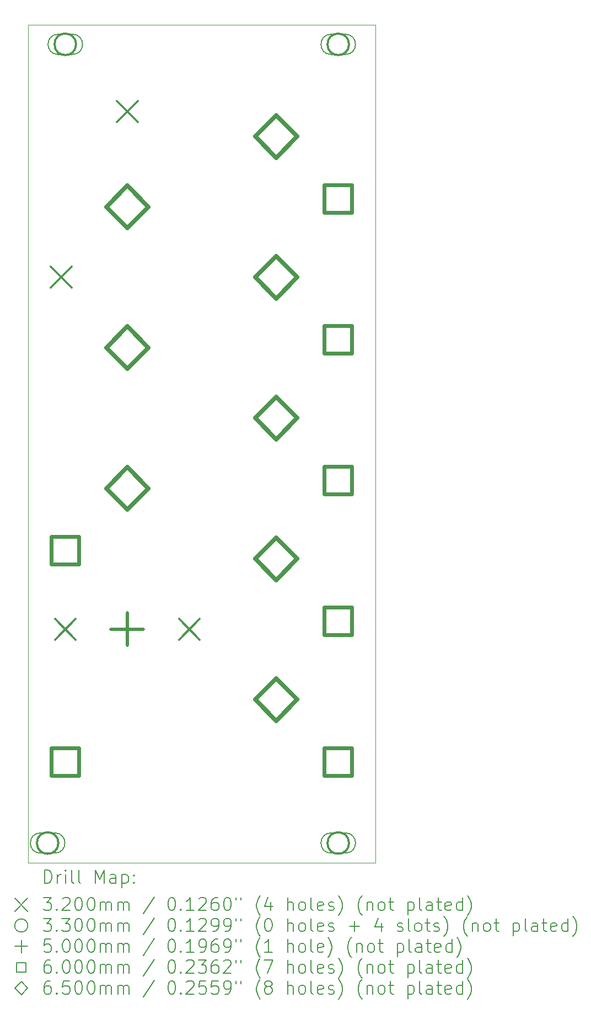
<source format=gbr>
%FSLAX45Y45*%
G04 Gerber Fmt 4.5, Leading zero omitted, Abs format (unit mm)*
G04 Created by KiCad (PCBNEW (6.0.0)) date 2022-08-09 16:48:59*
%MOMM*%
%LPD*%
G01*
G04 APERTURE LIST*
%TA.AperFunction,Profile*%
%ADD10C,0.100000*%
%TD*%
%ADD11C,0.200000*%
%ADD12C,0.320000*%
%ADD13C,0.330000*%
%ADD14C,0.500000*%
%ADD15C,0.600000*%
%ADD16C,0.650000*%
G04 APERTURE END LIST*
D10*
X0Y0D02*
X5334000Y0D01*
X5334000Y0D02*
X5334000Y-12850000D01*
X5334000Y-12850000D02*
X0Y-12850000D01*
X0Y-12850000D02*
X0Y0D01*
D11*
D12*
X348000Y-3713500D02*
X668000Y-4033500D01*
X668000Y-3713500D02*
X348000Y-4033500D01*
X411500Y-9111000D02*
X731500Y-9431000D01*
X731500Y-9111000D02*
X411500Y-9431000D01*
X1364000Y-1173500D02*
X1684000Y-1493500D01*
X1684000Y-1173500D02*
X1364000Y-1493500D01*
X2316500Y-9111000D02*
X2636500Y-9431000D01*
X2636500Y-9111000D02*
X2316500Y-9431000D01*
D13*
X465000Y-12550000D02*
G75*
G03*
X465000Y-12550000I-165000J0D01*
G01*
D11*
X410000Y-12395000D02*
X190000Y-12395000D01*
X410000Y-12705000D02*
X190000Y-12705000D01*
X190000Y-12395000D02*
G75*
G03*
X190000Y-12705000I0J-155000D01*
G01*
X410000Y-12705000D02*
G75*
G03*
X410000Y-12395000I0J155000D01*
G01*
D13*
X736000Y-300000D02*
G75*
G03*
X736000Y-300000I-165000J0D01*
G01*
D11*
X681000Y-145000D02*
X461000Y-145000D01*
X681000Y-455000D02*
X461000Y-455000D01*
X461000Y-145000D02*
G75*
G03*
X461000Y-455000I0J-155000D01*
G01*
X681000Y-455000D02*
G75*
G03*
X681000Y-145000I0J155000D01*
G01*
D13*
X4928000Y-300000D02*
G75*
G03*
X4928000Y-300000I-165000J0D01*
G01*
D11*
X4873000Y-145000D02*
X4653000Y-145000D01*
X4873000Y-455000D02*
X4653000Y-455000D01*
X4653000Y-145000D02*
G75*
G03*
X4653000Y-455000I0J-155000D01*
G01*
X4873000Y-455000D02*
G75*
G03*
X4873000Y-145000I0J155000D01*
G01*
D13*
X4928000Y-12550000D02*
G75*
G03*
X4928000Y-12550000I-165000J0D01*
G01*
D11*
X4873000Y-12395000D02*
X4653000Y-12395000D01*
X4873000Y-12705000D02*
X4653000Y-12705000D01*
X4653000Y-12395000D02*
G75*
G03*
X4653000Y-12705000I0J-155000D01*
G01*
X4873000Y-12705000D02*
G75*
G03*
X4873000Y-12395000I0J155000D01*
G01*
D14*
X1524000Y-9021000D02*
X1524000Y-9521000D01*
X1274000Y-9271000D02*
X1774000Y-9271000D01*
D15*
X783634Y-8276634D02*
X783634Y-7852366D01*
X359366Y-7852366D01*
X359366Y-8276634D01*
X783634Y-8276634D01*
X783634Y-11515134D02*
X783634Y-11090866D01*
X359366Y-11090866D01*
X359366Y-11515134D01*
X783634Y-11515134D01*
X4974634Y-2879134D02*
X4974634Y-2454866D01*
X4550366Y-2454866D01*
X4550366Y-2879134D01*
X4974634Y-2879134D01*
X4974634Y-5038134D02*
X4974634Y-4613866D01*
X4550366Y-4613866D01*
X4550366Y-5038134D01*
X4974634Y-5038134D01*
X4974634Y-7197134D02*
X4974634Y-6772866D01*
X4550366Y-6772866D01*
X4550366Y-7197134D01*
X4974634Y-7197134D01*
X4974634Y-9356134D02*
X4974634Y-8931866D01*
X4550366Y-8931866D01*
X4550366Y-9356134D01*
X4974634Y-9356134D01*
X4974634Y-11515134D02*
X4974634Y-11090866D01*
X4550366Y-11090866D01*
X4550366Y-11515134D01*
X4974634Y-11515134D01*
D16*
X1524000Y-3119000D02*
X1849000Y-2794000D01*
X1524000Y-2469000D01*
X1199000Y-2794000D01*
X1524000Y-3119000D01*
X1524000Y-5278000D02*
X1849000Y-4953000D01*
X1524000Y-4628000D01*
X1199000Y-4953000D01*
X1524000Y-5278000D01*
X1524000Y-7437000D02*
X1849000Y-7112000D01*
X1524000Y-6787000D01*
X1199000Y-7112000D01*
X1524000Y-7437000D01*
X3810000Y-2039500D02*
X4135000Y-1714500D01*
X3810000Y-1389500D01*
X3485000Y-1714500D01*
X3810000Y-2039500D01*
X3810000Y-4198500D02*
X4135000Y-3873500D01*
X3810000Y-3548500D01*
X3485000Y-3873500D01*
X3810000Y-4198500D01*
X3810000Y-6357500D02*
X4135000Y-6032500D01*
X3810000Y-5707500D01*
X3485000Y-6032500D01*
X3810000Y-6357500D01*
X3810000Y-8516500D02*
X4135000Y-8191500D01*
X3810000Y-7866500D01*
X3485000Y-8191500D01*
X3810000Y-8516500D01*
X3810000Y-10675500D02*
X4135000Y-10350500D01*
X3810000Y-10025500D01*
X3485000Y-10350500D01*
X3810000Y-10675500D01*
D11*
X252619Y-13165476D02*
X252619Y-12965476D01*
X300238Y-12965476D01*
X328810Y-12975000D01*
X347857Y-12994048D01*
X357381Y-13013095D01*
X366905Y-13051190D01*
X366905Y-13079762D01*
X357381Y-13117857D01*
X347857Y-13136905D01*
X328810Y-13155952D01*
X300238Y-13165476D01*
X252619Y-13165476D01*
X452619Y-13165476D02*
X452619Y-13032143D01*
X452619Y-13070238D02*
X462143Y-13051190D01*
X471667Y-13041667D01*
X490714Y-13032143D01*
X509762Y-13032143D01*
X576429Y-13165476D02*
X576429Y-13032143D01*
X576429Y-12965476D02*
X566905Y-12975000D01*
X576429Y-12984524D01*
X585952Y-12975000D01*
X576429Y-12965476D01*
X576429Y-12984524D01*
X700238Y-13165476D02*
X681190Y-13155952D01*
X671667Y-13136905D01*
X671667Y-12965476D01*
X805000Y-13165476D02*
X785952Y-13155952D01*
X776428Y-13136905D01*
X776428Y-12965476D01*
X1033571Y-13165476D02*
X1033571Y-12965476D01*
X1100238Y-13108333D01*
X1166905Y-12965476D01*
X1166905Y-13165476D01*
X1347857Y-13165476D02*
X1347857Y-13060714D01*
X1338333Y-13041667D01*
X1319286Y-13032143D01*
X1281190Y-13032143D01*
X1262143Y-13041667D01*
X1347857Y-13155952D02*
X1328810Y-13165476D01*
X1281190Y-13165476D01*
X1262143Y-13155952D01*
X1252619Y-13136905D01*
X1252619Y-13117857D01*
X1262143Y-13098809D01*
X1281190Y-13089286D01*
X1328810Y-13089286D01*
X1347857Y-13079762D01*
X1443095Y-13032143D02*
X1443095Y-13232143D01*
X1443095Y-13041667D02*
X1462143Y-13032143D01*
X1500238Y-13032143D01*
X1519286Y-13041667D01*
X1528809Y-13051190D01*
X1538333Y-13070238D01*
X1538333Y-13127381D01*
X1528809Y-13146428D01*
X1519286Y-13155952D01*
X1500238Y-13165476D01*
X1462143Y-13165476D01*
X1443095Y-13155952D01*
X1624048Y-13146428D02*
X1633571Y-13155952D01*
X1624048Y-13165476D01*
X1614524Y-13155952D01*
X1624048Y-13146428D01*
X1624048Y-13165476D01*
X1624048Y-13041667D02*
X1633571Y-13051190D01*
X1624048Y-13060714D01*
X1614524Y-13051190D01*
X1624048Y-13041667D01*
X1624048Y-13060714D01*
X-205000Y-13395000D02*
X-5000Y-13595000D01*
X-5000Y-13395000D02*
X-205000Y-13595000D01*
X233571Y-13385476D02*
X357381Y-13385476D01*
X290714Y-13461667D01*
X319286Y-13461667D01*
X338333Y-13471190D01*
X347857Y-13480714D01*
X357381Y-13499762D01*
X357381Y-13547381D01*
X347857Y-13566428D01*
X338333Y-13575952D01*
X319286Y-13585476D01*
X262143Y-13585476D01*
X243095Y-13575952D01*
X233571Y-13566428D01*
X443095Y-13566428D02*
X452619Y-13575952D01*
X443095Y-13585476D01*
X433571Y-13575952D01*
X443095Y-13566428D01*
X443095Y-13585476D01*
X528810Y-13404524D02*
X538333Y-13395000D01*
X557381Y-13385476D01*
X605000Y-13385476D01*
X624048Y-13395000D01*
X633571Y-13404524D01*
X643095Y-13423571D01*
X643095Y-13442619D01*
X633571Y-13471190D01*
X519286Y-13585476D01*
X643095Y-13585476D01*
X766905Y-13385476D02*
X785952Y-13385476D01*
X805000Y-13395000D01*
X814524Y-13404524D01*
X824048Y-13423571D01*
X833571Y-13461667D01*
X833571Y-13509286D01*
X824048Y-13547381D01*
X814524Y-13566428D01*
X805000Y-13575952D01*
X785952Y-13585476D01*
X766905Y-13585476D01*
X747857Y-13575952D01*
X738333Y-13566428D01*
X728809Y-13547381D01*
X719286Y-13509286D01*
X719286Y-13461667D01*
X728809Y-13423571D01*
X738333Y-13404524D01*
X747857Y-13395000D01*
X766905Y-13385476D01*
X957381Y-13385476D02*
X976428Y-13385476D01*
X995476Y-13395000D01*
X1005000Y-13404524D01*
X1014524Y-13423571D01*
X1024048Y-13461667D01*
X1024048Y-13509286D01*
X1014524Y-13547381D01*
X1005000Y-13566428D01*
X995476Y-13575952D01*
X976428Y-13585476D01*
X957381Y-13585476D01*
X938333Y-13575952D01*
X928809Y-13566428D01*
X919286Y-13547381D01*
X909762Y-13509286D01*
X909762Y-13461667D01*
X919286Y-13423571D01*
X928809Y-13404524D01*
X938333Y-13395000D01*
X957381Y-13385476D01*
X1109762Y-13585476D02*
X1109762Y-13452143D01*
X1109762Y-13471190D02*
X1119286Y-13461667D01*
X1138333Y-13452143D01*
X1166905Y-13452143D01*
X1185952Y-13461667D01*
X1195476Y-13480714D01*
X1195476Y-13585476D01*
X1195476Y-13480714D02*
X1205000Y-13461667D01*
X1224048Y-13452143D01*
X1252619Y-13452143D01*
X1271667Y-13461667D01*
X1281190Y-13480714D01*
X1281190Y-13585476D01*
X1376429Y-13585476D02*
X1376429Y-13452143D01*
X1376429Y-13471190D02*
X1385952Y-13461667D01*
X1405000Y-13452143D01*
X1433571Y-13452143D01*
X1452619Y-13461667D01*
X1462143Y-13480714D01*
X1462143Y-13585476D01*
X1462143Y-13480714D02*
X1471667Y-13461667D01*
X1490714Y-13452143D01*
X1519286Y-13452143D01*
X1538333Y-13461667D01*
X1547857Y-13480714D01*
X1547857Y-13585476D01*
X1938333Y-13375952D02*
X1766905Y-13633095D01*
X2195476Y-13385476D02*
X2214524Y-13385476D01*
X2233571Y-13395000D01*
X2243095Y-13404524D01*
X2252619Y-13423571D01*
X2262143Y-13461667D01*
X2262143Y-13509286D01*
X2252619Y-13547381D01*
X2243095Y-13566428D01*
X2233571Y-13575952D01*
X2214524Y-13585476D01*
X2195476Y-13585476D01*
X2176429Y-13575952D01*
X2166905Y-13566428D01*
X2157381Y-13547381D01*
X2147857Y-13509286D01*
X2147857Y-13461667D01*
X2157381Y-13423571D01*
X2166905Y-13404524D01*
X2176429Y-13395000D01*
X2195476Y-13385476D01*
X2347857Y-13566428D02*
X2357381Y-13575952D01*
X2347857Y-13585476D01*
X2338333Y-13575952D01*
X2347857Y-13566428D01*
X2347857Y-13585476D01*
X2547857Y-13585476D02*
X2433571Y-13585476D01*
X2490714Y-13585476D02*
X2490714Y-13385476D01*
X2471667Y-13414048D01*
X2452619Y-13433095D01*
X2433571Y-13442619D01*
X2624048Y-13404524D02*
X2633571Y-13395000D01*
X2652619Y-13385476D01*
X2700238Y-13385476D01*
X2719286Y-13395000D01*
X2728810Y-13404524D01*
X2738333Y-13423571D01*
X2738333Y-13442619D01*
X2728810Y-13471190D01*
X2614524Y-13585476D01*
X2738333Y-13585476D01*
X2909762Y-13385476D02*
X2871667Y-13385476D01*
X2852619Y-13395000D01*
X2843095Y-13404524D01*
X2824048Y-13433095D01*
X2814524Y-13471190D01*
X2814524Y-13547381D01*
X2824048Y-13566428D01*
X2833571Y-13575952D01*
X2852619Y-13585476D01*
X2890714Y-13585476D01*
X2909762Y-13575952D01*
X2919286Y-13566428D01*
X2928809Y-13547381D01*
X2928809Y-13499762D01*
X2919286Y-13480714D01*
X2909762Y-13471190D01*
X2890714Y-13461667D01*
X2852619Y-13461667D01*
X2833571Y-13471190D01*
X2824048Y-13480714D01*
X2814524Y-13499762D01*
X3052619Y-13385476D02*
X3071667Y-13385476D01*
X3090714Y-13395000D01*
X3100238Y-13404524D01*
X3109762Y-13423571D01*
X3119286Y-13461667D01*
X3119286Y-13509286D01*
X3109762Y-13547381D01*
X3100238Y-13566428D01*
X3090714Y-13575952D01*
X3071667Y-13585476D01*
X3052619Y-13585476D01*
X3033571Y-13575952D01*
X3024048Y-13566428D01*
X3014524Y-13547381D01*
X3005000Y-13509286D01*
X3005000Y-13461667D01*
X3014524Y-13423571D01*
X3024048Y-13404524D01*
X3033571Y-13395000D01*
X3052619Y-13385476D01*
X3195476Y-13385476D02*
X3195476Y-13423571D01*
X3271667Y-13385476D02*
X3271667Y-13423571D01*
X3566905Y-13661667D02*
X3557381Y-13652143D01*
X3538333Y-13623571D01*
X3528809Y-13604524D01*
X3519286Y-13575952D01*
X3509762Y-13528333D01*
X3509762Y-13490238D01*
X3519286Y-13442619D01*
X3528809Y-13414048D01*
X3538333Y-13395000D01*
X3557381Y-13366428D01*
X3566905Y-13356905D01*
X3728809Y-13452143D02*
X3728809Y-13585476D01*
X3681190Y-13375952D02*
X3633571Y-13518809D01*
X3757381Y-13518809D01*
X3985952Y-13585476D02*
X3985952Y-13385476D01*
X4071667Y-13585476D02*
X4071667Y-13480714D01*
X4062143Y-13461667D01*
X4043095Y-13452143D01*
X4014524Y-13452143D01*
X3995476Y-13461667D01*
X3985952Y-13471190D01*
X4195476Y-13585476D02*
X4176428Y-13575952D01*
X4166905Y-13566428D01*
X4157381Y-13547381D01*
X4157381Y-13490238D01*
X4166905Y-13471190D01*
X4176428Y-13461667D01*
X4195476Y-13452143D01*
X4224048Y-13452143D01*
X4243095Y-13461667D01*
X4252619Y-13471190D01*
X4262143Y-13490238D01*
X4262143Y-13547381D01*
X4252619Y-13566428D01*
X4243095Y-13575952D01*
X4224048Y-13585476D01*
X4195476Y-13585476D01*
X4376429Y-13585476D02*
X4357381Y-13575952D01*
X4347857Y-13556905D01*
X4347857Y-13385476D01*
X4528810Y-13575952D02*
X4509762Y-13585476D01*
X4471667Y-13585476D01*
X4452619Y-13575952D01*
X4443095Y-13556905D01*
X4443095Y-13480714D01*
X4452619Y-13461667D01*
X4471667Y-13452143D01*
X4509762Y-13452143D01*
X4528810Y-13461667D01*
X4538333Y-13480714D01*
X4538333Y-13499762D01*
X4443095Y-13518809D01*
X4614524Y-13575952D02*
X4633571Y-13585476D01*
X4671667Y-13585476D01*
X4690714Y-13575952D01*
X4700238Y-13556905D01*
X4700238Y-13547381D01*
X4690714Y-13528333D01*
X4671667Y-13518809D01*
X4643095Y-13518809D01*
X4624048Y-13509286D01*
X4614524Y-13490238D01*
X4614524Y-13480714D01*
X4624048Y-13461667D01*
X4643095Y-13452143D01*
X4671667Y-13452143D01*
X4690714Y-13461667D01*
X4766905Y-13661667D02*
X4776429Y-13652143D01*
X4795476Y-13623571D01*
X4805000Y-13604524D01*
X4814524Y-13575952D01*
X4824048Y-13528333D01*
X4824048Y-13490238D01*
X4814524Y-13442619D01*
X4805000Y-13414048D01*
X4795476Y-13395000D01*
X4776429Y-13366428D01*
X4766905Y-13356905D01*
X5128810Y-13661667D02*
X5119286Y-13652143D01*
X5100238Y-13623571D01*
X5090714Y-13604524D01*
X5081190Y-13575952D01*
X5071667Y-13528333D01*
X5071667Y-13490238D01*
X5081190Y-13442619D01*
X5090714Y-13414048D01*
X5100238Y-13395000D01*
X5119286Y-13366428D01*
X5128810Y-13356905D01*
X5205000Y-13452143D02*
X5205000Y-13585476D01*
X5205000Y-13471190D02*
X5214524Y-13461667D01*
X5233571Y-13452143D01*
X5262143Y-13452143D01*
X5281190Y-13461667D01*
X5290714Y-13480714D01*
X5290714Y-13585476D01*
X5414524Y-13585476D02*
X5395476Y-13575952D01*
X5385952Y-13566428D01*
X5376429Y-13547381D01*
X5376429Y-13490238D01*
X5385952Y-13471190D01*
X5395476Y-13461667D01*
X5414524Y-13452143D01*
X5443095Y-13452143D01*
X5462143Y-13461667D01*
X5471667Y-13471190D01*
X5481190Y-13490238D01*
X5481190Y-13547381D01*
X5471667Y-13566428D01*
X5462143Y-13575952D01*
X5443095Y-13585476D01*
X5414524Y-13585476D01*
X5538333Y-13452143D02*
X5614524Y-13452143D01*
X5566905Y-13385476D02*
X5566905Y-13556905D01*
X5576429Y-13575952D01*
X5595476Y-13585476D01*
X5614524Y-13585476D01*
X5833571Y-13452143D02*
X5833571Y-13652143D01*
X5833571Y-13461667D02*
X5852619Y-13452143D01*
X5890714Y-13452143D01*
X5909762Y-13461667D01*
X5919286Y-13471190D01*
X5928809Y-13490238D01*
X5928809Y-13547381D01*
X5919286Y-13566428D01*
X5909762Y-13575952D01*
X5890714Y-13585476D01*
X5852619Y-13585476D01*
X5833571Y-13575952D01*
X6043095Y-13585476D02*
X6024048Y-13575952D01*
X6014524Y-13556905D01*
X6014524Y-13385476D01*
X6205000Y-13585476D02*
X6205000Y-13480714D01*
X6195476Y-13461667D01*
X6176428Y-13452143D01*
X6138333Y-13452143D01*
X6119286Y-13461667D01*
X6205000Y-13575952D02*
X6185952Y-13585476D01*
X6138333Y-13585476D01*
X6119286Y-13575952D01*
X6109762Y-13556905D01*
X6109762Y-13537857D01*
X6119286Y-13518809D01*
X6138333Y-13509286D01*
X6185952Y-13509286D01*
X6205000Y-13499762D01*
X6271667Y-13452143D02*
X6347857Y-13452143D01*
X6300238Y-13385476D02*
X6300238Y-13556905D01*
X6309762Y-13575952D01*
X6328809Y-13585476D01*
X6347857Y-13585476D01*
X6490714Y-13575952D02*
X6471667Y-13585476D01*
X6433571Y-13585476D01*
X6414524Y-13575952D01*
X6405000Y-13556905D01*
X6405000Y-13480714D01*
X6414524Y-13461667D01*
X6433571Y-13452143D01*
X6471667Y-13452143D01*
X6490714Y-13461667D01*
X6500238Y-13480714D01*
X6500238Y-13499762D01*
X6405000Y-13518809D01*
X6671667Y-13585476D02*
X6671667Y-13385476D01*
X6671667Y-13575952D02*
X6652619Y-13585476D01*
X6614524Y-13585476D01*
X6595476Y-13575952D01*
X6585952Y-13566428D01*
X6576428Y-13547381D01*
X6576428Y-13490238D01*
X6585952Y-13471190D01*
X6595476Y-13461667D01*
X6614524Y-13452143D01*
X6652619Y-13452143D01*
X6671667Y-13461667D01*
X6747857Y-13661667D02*
X6757381Y-13652143D01*
X6776428Y-13623571D01*
X6785952Y-13604524D01*
X6795476Y-13575952D01*
X6805000Y-13528333D01*
X6805000Y-13490238D01*
X6795476Y-13442619D01*
X6785952Y-13414048D01*
X6776428Y-13395000D01*
X6757381Y-13366428D01*
X6747857Y-13356905D01*
X-5000Y-13815000D02*
G75*
G03*
X-5000Y-13815000I-100000J0D01*
G01*
X233571Y-13705476D02*
X357381Y-13705476D01*
X290714Y-13781667D01*
X319286Y-13781667D01*
X338333Y-13791190D01*
X347857Y-13800714D01*
X357381Y-13819762D01*
X357381Y-13867381D01*
X347857Y-13886428D01*
X338333Y-13895952D01*
X319286Y-13905476D01*
X262143Y-13905476D01*
X243095Y-13895952D01*
X233571Y-13886428D01*
X443095Y-13886428D02*
X452619Y-13895952D01*
X443095Y-13905476D01*
X433571Y-13895952D01*
X443095Y-13886428D01*
X443095Y-13905476D01*
X519286Y-13705476D02*
X643095Y-13705476D01*
X576429Y-13781667D01*
X605000Y-13781667D01*
X624048Y-13791190D01*
X633571Y-13800714D01*
X643095Y-13819762D01*
X643095Y-13867381D01*
X633571Y-13886428D01*
X624048Y-13895952D01*
X605000Y-13905476D01*
X547857Y-13905476D01*
X528810Y-13895952D01*
X519286Y-13886428D01*
X766905Y-13705476D02*
X785952Y-13705476D01*
X805000Y-13715000D01*
X814524Y-13724524D01*
X824048Y-13743571D01*
X833571Y-13781667D01*
X833571Y-13829286D01*
X824048Y-13867381D01*
X814524Y-13886428D01*
X805000Y-13895952D01*
X785952Y-13905476D01*
X766905Y-13905476D01*
X747857Y-13895952D01*
X738333Y-13886428D01*
X728809Y-13867381D01*
X719286Y-13829286D01*
X719286Y-13781667D01*
X728809Y-13743571D01*
X738333Y-13724524D01*
X747857Y-13715000D01*
X766905Y-13705476D01*
X957381Y-13705476D02*
X976428Y-13705476D01*
X995476Y-13715000D01*
X1005000Y-13724524D01*
X1014524Y-13743571D01*
X1024048Y-13781667D01*
X1024048Y-13829286D01*
X1014524Y-13867381D01*
X1005000Y-13886428D01*
X995476Y-13895952D01*
X976428Y-13905476D01*
X957381Y-13905476D01*
X938333Y-13895952D01*
X928809Y-13886428D01*
X919286Y-13867381D01*
X909762Y-13829286D01*
X909762Y-13781667D01*
X919286Y-13743571D01*
X928809Y-13724524D01*
X938333Y-13715000D01*
X957381Y-13705476D01*
X1109762Y-13905476D02*
X1109762Y-13772143D01*
X1109762Y-13791190D02*
X1119286Y-13781667D01*
X1138333Y-13772143D01*
X1166905Y-13772143D01*
X1185952Y-13781667D01*
X1195476Y-13800714D01*
X1195476Y-13905476D01*
X1195476Y-13800714D02*
X1205000Y-13781667D01*
X1224048Y-13772143D01*
X1252619Y-13772143D01*
X1271667Y-13781667D01*
X1281190Y-13800714D01*
X1281190Y-13905476D01*
X1376429Y-13905476D02*
X1376429Y-13772143D01*
X1376429Y-13791190D02*
X1385952Y-13781667D01*
X1405000Y-13772143D01*
X1433571Y-13772143D01*
X1452619Y-13781667D01*
X1462143Y-13800714D01*
X1462143Y-13905476D01*
X1462143Y-13800714D02*
X1471667Y-13781667D01*
X1490714Y-13772143D01*
X1519286Y-13772143D01*
X1538333Y-13781667D01*
X1547857Y-13800714D01*
X1547857Y-13905476D01*
X1938333Y-13695952D02*
X1766905Y-13953095D01*
X2195476Y-13705476D02*
X2214524Y-13705476D01*
X2233571Y-13715000D01*
X2243095Y-13724524D01*
X2252619Y-13743571D01*
X2262143Y-13781667D01*
X2262143Y-13829286D01*
X2252619Y-13867381D01*
X2243095Y-13886428D01*
X2233571Y-13895952D01*
X2214524Y-13905476D01*
X2195476Y-13905476D01*
X2176429Y-13895952D01*
X2166905Y-13886428D01*
X2157381Y-13867381D01*
X2147857Y-13829286D01*
X2147857Y-13781667D01*
X2157381Y-13743571D01*
X2166905Y-13724524D01*
X2176429Y-13715000D01*
X2195476Y-13705476D01*
X2347857Y-13886428D02*
X2357381Y-13895952D01*
X2347857Y-13905476D01*
X2338333Y-13895952D01*
X2347857Y-13886428D01*
X2347857Y-13905476D01*
X2547857Y-13905476D02*
X2433571Y-13905476D01*
X2490714Y-13905476D02*
X2490714Y-13705476D01*
X2471667Y-13734048D01*
X2452619Y-13753095D01*
X2433571Y-13762619D01*
X2624048Y-13724524D02*
X2633571Y-13715000D01*
X2652619Y-13705476D01*
X2700238Y-13705476D01*
X2719286Y-13715000D01*
X2728810Y-13724524D01*
X2738333Y-13743571D01*
X2738333Y-13762619D01*
X2728810Y-13791190D01*
X2614524Y-13905476D01*
X2738333Y-13905476D01*
X2833571Y-13905476D02*
X2871667Y-13905476D01*
X2890714Y-13895952D01*
X2900238Y-13886428D01*
X2919286Y-13857857D01*
X2928809Y-13819762D01*
X2928809Y-13743571D01*
X2919286Y-13724524D01*
X2909762Y-13715000D01*
X2890714Y-13705476D01*
X2852619Y-13705476D01*
X2833571Y-13715000D01*
X2824048Y-13724524D01*
X2814524Y-13743571D01*
X2814524Y-13791190D01*
X2824048Y-13810238D01*
X2833571Y-13819762D01*
X2852619Y-13829286D01*
X2890714Y-13829286D01*
X2909762Y-13819762D01*
X2919286Y-13810238D01*
X2928809Y-13791190D01*
X3024048Y-13905476D02*
X3062143Y-13905476D01*
X3081190Y-13895952D01*
X3090714Y-13886428D01*
X3109762Y-13857857D01*
X3119286Y-13819762D01*
X3119286Y-13743571D01*
X3109762Y-13724524D01*
X3100238Y-13715000D01*
X3081190Y-13705476D01*
X3043095Y-13705476D01*
X3024048Y-13715000D01*
X3014524Y-13724524D01*
X3005000Y-13743571D01*
X3005000Y-13791190D01*
X3014524Y-13810238D01*
X3024048Y-13819762D01*
X3043095Y-13829286D01*
X3081190Y-13829286D01*
X3100238Y-13819762D01*
X3109762Y-13810238D01*
X3119286Y-13791190D01*
X3195476Y-13705476D02*
X3195476Y-13743571D01*
X3271667Y-13705476D02*
X3271667Y-13743571D01*
X3566905Y-13981667D02*
X3557381Y-13972143D01*
X3538333Y-13943571D01*
X3528809Y-13924524D01*
X3519286Y-13895952D01*
X3509762Y-13848333D01*
X3509762Y-13810238D01*
X3519286Y-13762619D01*
X3528809Y-13734048D01*
X3538333Y-13715000D01*
X3557381Y-13686428D01*
X3566905Y-13676905D01*
X3681190Y-13705476D02*
X3700238Y-13705476D01*
X3719286Y-13715000D01*
X3728809Y-13724524D01*
X3738333Y-13743571D01*
X3747857Y-13781667D01*
X3747857Y-13829286D01*
X3738333Y-13867381D01*
X3728809Y-13886428D01*
X3719286Y-13895952D01*
X3700238Y-13905476D01*
X3681190Y-13905476D01*
X3662143Y-13895952D01*
X3652619Y-13886428D01*
X3643095Y-13867381D01*
X3633571Y-13829286D01*
X3633571Y-13781667D01*
X3643095Y-13743571D01*
X3652619Y-13724524D01*
X3662143Y-13715000D01*
X3681190Y-13705476D01*
X3985952Y-13905476D02*
X3985952Y-13705476D01*
X4071667Y-13905476D02*
X4071667Y-13800714D01*
X4062143Y-13781667D01*
X4043095Y-13772143D01*
X4014524Y-13772143D01*
X3995476Y-13781667D01*
X3985952Y-13791190D01*
X4195476Y-13905476D02*
X4176428Y-13895952D01*
X4166905Y-13886428D01*
X4157381Y-13867381D01*
X4157381Y-13810238D01*
X4166905Y-13791190D01*
X4176428Y-13781667D01*
X4195476Y-13772143D01*
X4224048Y-13772143D01*
X4243095Y-13781667D01*
X4252619Y-13791190D01*
X4262143Y-13810238D01*
X4262143Y-13867381D01*
X4252619Y-13886428D01*
X4243095Y-13895952D01*
X4224048Y-13905476D01*
X4195476Y-13905476D01*
X4376429Y-13905476D02*
X4357381Y-13895952D01*
X4347857Y-13876905D01*
X4347857Y-13705476D01*
X4528810Y-13895952D02*
X4509762Y-13905476D01*
X4471667Y-13905476D01*
X4452619Y-13895952D01*
X4443095Y-13876905D01*
X4443095Y-13800714D01*
X4452619Y-13781667D01*
X4471667Y-13772143D01*
X4509762Y-13772143D01*
X4528810Y-13781667D01*
X4538333Y-13800714D01*
X4538333Y-13819762D01*
X4443095Y-13838809D01*
X4614524Y-13895952D02*
X4633571Y-13905476D01*
X4671667Y-13905476D01*
X4690714Y-13895952D01*
X4700238Y-13876905D01*
X4700238Y-13867381D01*
X4690714Y-13848333D01*
X4671667Y-13838809D01*
X4643095Y-13838809D01*
X4624048Y-13829286D01*
X4614524Y-13810238D01*
X4614524Y-13800714D01*
X4624048Y-13781667D01*
X4643095Y-13772143D01*
X4671667Y-13772143D01*
X4690714Y-13781667D01*
X4938333Y-13829286D02*
X5090714Y-13829286D01*
X5014524Y-13905476D02*
X5014524Y-13753095D01*
X5424048Y-13772143D02*
X5424048Y-13905476D01*
X5376429Y-13695952D02*
X5328810Y-13838809D01*
X5452619Y-13838809D01*
X5671667Y-13895952D02*
X5690714Y-13905476D01*
X5728809Y-13905476D01*
X5747857Y-13895952D01*
X5757381Y-13876905D01*
X5757381Y-13867381D01*
X5747857Y-13848333D01*
X5728809Y-13838809D01*
X5700238Y-13838809D01*
X5681190Y-13829286D01*
X5671667Y-13810238D01*
X5671667Y-13800714D01*
X5681190Y-13781667D01*
X5700238Y-13772143D01*
X5728809Y-13772143D01*
X5747857Y-13781667D01*
X5871667Y-13905476D02*
X5852619Y-13895952D01*
X5843095Y-13876905D01*
X5843095Y-13705476D01*
X5976428Y-13905476D02*
X5957381Y-13895952D01*
X5947857Y-13886428D01*
X5938333Y-13867381D01*
X5938333Y-13810238D01*
X5947857Y-13791190D01*
X5957381Y-13781667D01*
X5976428Y-13772143D01*
X6005000Y-13772143D01*
X6024048Y-13781667D01*
X6033571Y-13791190D01*
X6043095Y-13810238D01*
X6043095Y-13867381D01*
X6033571Y-13886428D01*
X6024048Y-13895952D01*
X6005000Y-13905476D01*
X5976428Y-13905476D01*
X6100238Y-13772143D02*
X6176428Y-13772143D01*
X6128809Y-13705476D02*
X6128809Y-13876905D01*
X6138333Y-13895952D01*
X6157381Y-13905476D01*
X6176428Y-13905476D01*
X6233571Y-13895952D02*
X6252619Y-13905476D01*
X6290714Y-13905476D01*
X6309762Y-13895952D01*
X6319286Y-13876905D01*
X6319286Y-13867381D01*
X6309762Y-13848333D01*
X6290714Y-13838809D01*
X6262143Y-13838809D01*
X6243095Y-13829286D01*
X6233571Y-13810238D01*
X6233571Y-13800714D01*
X6243095Y-13781667D01*
X6262143Y-13772143D01*
X6290714Y-13772143D01*
X6309762Y-13781667D01*
X6385952Y-13981667D02*
X6395476Y-13972143D01*
X6414524Y-13943571D01*
X6424048Y-13924524D01*
X6433571Y-13895952D01*
X6443095Y-13848333D01*
X6443095Y-13810238D01*
X6433571Y-13762619D01*
X6424048Y-13734048D01*
X6414524Y-13715000D01*
X6395476Y-13686428D01*
X6385952Y-13676905D01*
X6747857Y-13981667D02*
X6738333Y-13972143D01*
X6719286Y-13943571D01*
X6709762Y-13924524D01*
X6700238Y-13895952D01*
X6690714Y-13848333D01*
X6690714Y-13810238D01*
X6700238Y-13762619D01*
X6709762Y-13734048D01*
X6719286Y-13715000D01*
X6738333Y-13686428D01*
X6747857Y-13676905D01*
X6824048Y-13772143D02*
X6824048Y-13905476D01*
X6824048Y-13791190D02*
X6833571Y-13781667D01*
X6852619Y-13772143D01*
X6881190Y-13772143D01*
X6900238Y-13781667D01*
X6909762Y-13800714D01*
X6909762Y-13905476D01*
X7033571Y-13905476D02*
X7014524Y-13895952D01*
X7005000Y-13886428D01*
X6995476Y-13867381D01*
X6995476Y-13810238D01*
X7005000Y-13791190D01*
X7014524Y-13781667D01*
X7033571Y-13772143D01*
X7062143Y-13772143D01*
X7081190Y-13781667D01*
X7090714Y-13791190D01*
X7100238Y-13810238D01*
X7100238Y-13867381D01*
X7090714Y-13886428D01*
X7081190Y-13895952D01*
X7062143Y-13905476D01*
X7033571Y-13905476D01*
X7157381Y-13772143D02*
X7233571Y-13772143D01*
X7185952Y-13705476D02*
X7185952Y-13876905D01*
X7195476Y-13895952D01*
X7214524Y-13905476D01*
X7233571Y-13905476D01*
X7452619Y-13772143D02*
X7452619Y-13972143D01*
X7452619Y-13781667D02*
X7471667Y-13772143D01*
X7509762Y-13772143D01*
X7528809Y-13781667D01*
X7538333Y-13791190D01*
X7547857Y-13810238D01*
X7547857Y-13867381D01*
X7538333Y-13886428D01*
X7528809Y-13895952D01*
X7509762Y-13905476D01*
X7471667Y-13905476D01*
X7452619Y-13895952D01*
X7662143Y-13905476D02*
X7643095Y-13895952D01*
X7633571Y-13876905D01*
X7633571Y-13705476D01*
X7824048Y-13905476D02*
X7824048Y-13800714D01*
X7814524Y-13781667D01*
X7795476Y-13772143D01*
X7757381Y-13772143D01*
X7738333Y-13781667D01*
X7824048Y-13895952D02*
X7805000Y-13905476D01*
X7757381Y-13905476D01*
X7738333Y-13895952D01*
X7728809Y-13876905D01*
X7728809Y-13857857D01*
X7738333Y-13838809D01*
X7757381Y-13829286D01*
X7805000Y-13829286D01*
X7824048Y-13819762D01*
X7890714Y-13772143D02*
X7966905Y-13772143D01*
X7919286Y-13705476D02*
X7919286Y-13876905D01*
X7928809Y-13895952D01*
X7947857Y-13905476D01*
X7966905Y-13905476D01*
X8109762Y-13895952D02*
X8090714Y-13905476D01*
X8052619Y-13905476D01*
X8033571Y-13895952D01*
X8024048Y-13876905D01*
X8024048Y-13800714D01*
X8033571Y-13781667D01*
X8052619Y-13772143D01*
X8090714Y-13772143D01*
X8109762Y-13781667D01*
X8119286Y-13800714D01*
X8119286Y-13819762D01*
X8024048Y-13838809D01*
X8290714Y-13905476D02*
X8290714Y-13705476D01*
X8290714Y-13895952D02*
X8271667Y-13905476D01*
X8233571Y-13905476D01*
X8214524Y-13895952D01*
X8205000Y-13886428D01*
X8195476Y-13867381D01*
X8195476Y-13810238D01*
X8205000Y-13791190D01*
X8214524Y-13781667D01*
X8233571Y-13772143D01*
X8271667Y-13772143D01*
X8290714Y-13781667D01*
X8366905Y-13981667D02*
X8376428Y-13972143D01*
X8395476Y-13943571D01*
X8405000Y-13924524D01*
X8414524Y-13895952D01*
X8424048Y-13848333D01*
X8424048Y-13810238D01*
X8414524Y-13762619D01*
X8405000Y-13734048D01*
X8395476Y-13715000D01*
X8376428Y-13686428D01*
X8366905Y-13676905D01*
X-105000Y-14035000D02*
X-105000Y-14235000D01*
X-205000Y-14135000D02*
X-5000Y-14135000D01*
X347857Y-14025476D02*
X252619Y-14025476D01*
X243095Y-14120714D01*
X252619Y-14111190D01*
X271667Y-14101667D01*
X319286Y-14101667D01*
X338333Y-14111190D01*
X347857Y-14120714D01*
X357381Y-14139762D01*
X357381Y-14187381D01*
X347857Y-14206428D01*
X338333Y-14215952D01*
X319286Y-14225476D01*
X271667Y-14225476D01*
X252619Y-14215952D01*
X243095Y-14206428D01*
X443095Y-14206428D02*
X452619Y-14215952D01*
X443095Y-14225476D01*
X433571Y-14215952D01*
X443095Y-14206428D01*
X443095Y-14225476D01*
X576429Y-14025476D02*
X595476Y-14025476D01*
X614524Y-14035000D01*
X624048Y-14044524D01*
X633571Y-14063571D01*
X643095Y-14101667D01*
X643095Y-14149286D01*
X633571Y-14187381D01*
X624048Y-14206428D01*
X614524Y-14215952D01*
X595476Y-14225476D01*
X576429Y-14225476D01*
X557381Y-14215952D01*
X547857Y-14206428D01*
X538333Y-14187381D01*
X528810Y-14149286D01*
X528810Y-14101667D01*
X538333Y-14063571D01*
X547857Y-14044524D01*
X557381Y-14035000D01*
X576429Y-14025476D01*
X766905Y-14025476D02*
X785952Y-14025476D01*
X805000Y-14035000D01*
X814524Y-14044524D01*
X824048Y-14063571D01*
X833571Y-14101667D01*
X833571Y-14149286D01*
X824048Y-14187381D01*
X814524Y-14206428D01*
X805000Y-14215952D01*
X785952Y-14225476D01*
X766905Y-14225476D01*
X747857Y-14215952D01*
X738333Y-14206428D01*
X728809Y-14187381D01*
X719286Y-14149286D01*
X719286Y-14101667D01*
X728809Y-14063571D01*
X738333Y-14044524D01*
X747857Y-14035000D01*
X766905Y-14025476D01*
X957381Y-14025476D02*
X976428Y-14025476D01*
X995476Y-14035000D01*
X1005000Y-14044524D01*
X1014524Y-14063571D01*
X1024048Y-14101667D01*
X1024048Y-14149286D01*
X1014524Y-14187381D01*
X1005000Y-14206428D01*
X995476Y-14215952D01*
X976428Y-14225476D01*
X957381Y-14225476D01*
X938333Y-14215952D01*
X928809Y-14206428D01*
X919286Y-14187381D01*
X909762Y-14149286D01*
X909762Y-14101667D01*
X919286Y-14063571D01*
X928809Y-14044524D01*
X938333Y-14035000D01*
X957381Y-14025476D01*
X1109762Y-14225476D02*
X1109762Y-14092143D01*
X1109762Y-14111190D02*
X1119286Y-14101667D01*
X1138333Y-14092143D01*
X1166905Y-14092143D01*
X1185952Y-14101667D01*
X1195476Y-14120714D01*
X1195476Y-14225476D01*
X1195476Y-14120714D02*
X1205000Y-14101667D01*
X1224048Y-14092143D01*
X1252619Y-14092143D01*
X1271667Y-14101667D01*
X1281190Y-14120714D01*
X1281190Y-14225476D01*
X1376429Y-14225476D02*
X1376429Y-14092143D01*
X1376429Y-14111190D02*
X1385952Y-14101667D01*
X1405000Y-14092143D01*
X1433571Y-14092143D01*
X1452619Y-14101667D01*
X1462143Y-14120714D01*
X1462143Y-14225476D01*
X1462143Y-14120714D02*
X1471667Y-14101667D01*
X1490714Y-14092143D01*
X1519286Y-14092143D01*
X1538333Y-14101667D01*
X1547857Y-14120714D01*
X1547857Y-14225476D01*
X1938333Y-14015952D02*
X1766905Y-14273095D01*
X2195476Y-14025476D02*
X2214524Y-14025476D01*
X2233571Y-14035000D01*
X2243095Y-14044524D01*
X2252619Y-14063571D01*
X2262143Y-14101667D01*
X2262143Y-14149286D01*
X2252619Y-14187381D01*
X2243095Y-14206428D01*
X2233571Y-14215952D01*
X2214524Y-14225476D01*
X2195476Y-14225476D01*
X2176429Y-14215952D01*
X2166905Y-14206428D01*
X2157381Y-14187381D01*
X2147857Y-14149286D01*
X2147857Y-14101667D01*
X2157381Y-14063571D01*
X2166905Y-14044524D01*
X2176429Y-14035000D01*
X2195476Y-14025476D01*
X2347857Y-14206428D02*
X2357381Y-14215952D01*
X2347857Y-14225476D01*
X2338333Y-14215952D01*
X2347857Y-14206428D01*
X2347857Y-14225476D01*
X2547857Y-14225476D02*
X2433571Y-14225476D01*
X2490714Y-14225476D02*
X2490714Y-14025476D01*
X2471667Y-14054048D01*
X2452619Y-14073095D01*
X2433571Y-14082619D01*
X2643095Y-14225476D02*
X2681190Y-14225476D01*
X2700238Y-14215952D01*
X2709762Y-14206428D01*
X2728810Y-14177857D01*
X2738333Y-14139762D01*
X2738333Y-14063571D01*
X2728810Y-14044524D01*
X2719286Y-14035000D01*
X2700238Y-14025476D01*
X2662143Y-14025476D01*
X2643095Y-14035000D01*
X2633571Y-14044524D01*
X2624048Y-14063571D01*
X2624048Y-14111190D01*
X2633571Y-14130238D01*
X2643095Y-14139762D01*
X2662143Y-14149286D01*
X2700238Y-14149286D01*
X2719286Y-14139762D01*
X2728810Y-14130238D01*
X2738333Y-14111190D01*
X2909762Y-14025476D02*
X2871667Y-14025476D01*
X2852619Y-14035000D01*
X2843095Y-14044524D01*
X2824048Y-14073095D01*
X2814524Y-14111190D01*
X2814524Y-14187381D01*
X2824048Y-14206428D01*
X2833571Y-14215952D01*
X2852619Y-14225476D01*
X2890714Y-14225476D01*
X2909762Y-14215952D01*
X2919286Y-14206428D01*
X2928809Y-14187381D01*
X2928809Y-14139762D01*
X2919286Y-14120714D01*
X2909762Y-14111190D01*
X2890714Y-14101667D01*
X2852619Y-14101667D01*
X2833571Y-14111190D01*
X2824048Y-14120714D01*
X2814524Y-14139762D01*
X3024048Y-14225476D02*
X3062143Y-14225476D01*
X3081190Y-14215952D01*
X3090714Y-14206428D01*
X3109762Y-14177857D01*
X3119286Y-14139762D01*
X3119286Y-14063571D01*
X3109762Y-14044524D01*
X3100238Y-14035000D01*
X3081190Y-14025476D01*
X3043095Y-14025476D01*
X3024048Y-14035000D01*
X3014524Y-14044524D01*
X3005000Y-14063571D01*
X3005000Y-14111190D01*
X3014524Y-14130238D01*
X3024048Y-14139762D01*
X3043095Y-14149286D01*
X3081190Y-14149286D01*
X3100238Y-14139762D01*
X3109762Y-14130238D01*
X3119286Y-14111190D01*
X3195476Y-14025476D02*
X3195476Y-14063571D01*
X3271667Y-14025476D02*
X3271667Y-14063571D01*
X3566905Y-14301667D02*
X3557381Y-14292143D01*
X3538333Y-14263571D01*
X3528809Y-14244524D01*
X3519286Y-14215952D01*
X3509762Y-14168333D01*
X3509762Y-14130238D01*
X3519286Y-14082619D01*
X3528809Y-14054048D01*
X3538333Y-14035000D01*
X3557381Y-14006428D01*
X3566905Y-13996905D01*
X3747857Y-14225476D02*
X3633571Y-14225476D01*
X3690714Y-14225476D02*
X3690714Y-14025476D01*
X3671667Y-14054048D01*
X3652619Y-14073095D01*
X3633571Y-14082619D01*
X3985952Y-14225476D02*
X3985952Y-14025476D01*
X4071667Y-14225476D02*
X4071667Y-14120714D01*
X4062143Y-14101667D01*
X4043095Y-14092143D01*
X4014524Y-14092143D01*
X3995476Y-14101667D01*
X3985952Y-14111190D01*
X4195476Y-14225476D02*
X4176428Y-14215952D01*
X4166905Y-14206428D01*
X4157381Y-14187381D01*
X4157381Y-14130238D01*
X4166905Y-14111190D01*
X4176428Y-14101667D01*
X4195476Y-14092143D01*
X4224048Y-14092143D01*
X4243095Y-14101667D01*
X4252619Y-14111190D01*
X4262143Y-14130238D01*
X4262143Y-14187381D01*
X4252619Y-14206428D01*
X4243095Y-14215952D01*
X4224048Y-14225476D01*
X4195476Y-14225476D01*
X4376429Y-14225476D02*
X4357381Y-14215952D01*
X4347857Y-14196905D01*
X4347857Y-14025476D01*
X4528810Y-14215952D02*
X4509762Y-14225476D01*
X4471667Y-14225476D01*
X4452619Y-14215952D01*
X4443095Y-14196905D01*
X4443095Y-14120714D01*
X4452619Y-14101667D01*
X4471667Y-14092143D01*
X4509762Y-14092143D01*
X4528810Y-14101667D01*
X4538333Y-14120714D01*
X4538333Y-14139762D01*
X4443095Y-14158809D01*
X4605000Y-14301667D02*
X4614524Y-14292143D01*
X4633571Y-14263571D01*
X4643095Y-14244524D01*
X4652619Y-14215952D01*
X4662143Y-14168333D01*
X4662143Y-14130238D01*
X4652619Y-14082619D01*
X4643095Y-14054048D01*
X4633571Y-14035000D01*
X4614524Y-14006428D01*
X4605000Y-13996905D01*
X4966905Y-14301667D02*
X4957381Y-14292143D01*
X4938333Y-14263571D01*
X4928810Y-14244524D01*
X4919286Y-14215952D01*
X4909762Y-14168333D01*
X4909762Y-14130238D01*
X4919286Y-14082619D01*
X4928810Y-14054048D01*
X4938333Y-14035000D01*
X4957381Y-14006428D01*
X4966905Y-13996905D01*
X5043095Y-14092143D02*
X5043095Y-14225476D01*
X5043095Y-14111190D02*
X5052619Y-14101667D01*
X5071667Y-14092143D01*
X5100238Y-14092143D01*
X5119286Y-14101667D01*
X5128810Y-14120714D01*
X5128810Y-14225476D01*
X5252619Y-14225476D02*
X5233571Y-14215952D01*
X5224048Y-14206428D01*
X5214524Y-14187381D01*
X5214524Y-14130238D01*
X5224048Y-14111190D01*
X5233571Y-14101667D01*
X5252619Y-14092143D01*
X5281190Y-14092143D01*
X5300238Y-14101667D01*
X5309762Y-14111190D01*
X5319286Y-14130238D01*
X5319286Y-14187381D01*
X5309762Y-14206428D01*
X5300238Y-14215952D01*
X5281190Y-14225476D01*
X5252619Y-14225476D01*
X5376429Y-14092143D02*
X5452619Y-14092143D01*
X5405000Y-14025476D02*
X5405000Y-14196905D01*
X5414524Y-14215952D01*
X5433571Y-14225476D01*
X5452619Y-14225476D01*
X5671667Y-14092143D02*
X5671667Y-14292143D01*
X5671667Y-14101667D02*
X5690714Y-14092143D01*
X5728809Y-14092143D01*
X5747857Y-14101667D01*
X5757381Y-14111190D01*
X5766905Y-14130238D01*
X5766905Y-14187381D01*
X5757381Y-14206428D01*
X5747857Y-14215952D01*
X5728809Y-14225476D01*
X5690714Y-14225476D01*
X5671667Y-14215952D01*
X5881190Y-14225476D02*
X5862143Y-14215952D01*
X5852619Y-14196905D01*
X5852619Y-14025476D01*
X6043095Y-14225476D02*
X6043095Y-14120714D01*
X6033571Y-14101667D01*
X6014524Y-14092143D01*
X5976428Y-14092143D01*
X5957381Y-14101667D01*
X6043095Y-14215952D02*
X6024048Y-14225476D01*
X5976428Y-14225476D01*
X5957381Y-14215952D01*
X5947857Y-14196905D01*
X5947857Y-14177857D01*
X5957381Y-14158809D01*
X5976428Y-14149286D01*
X6024048Y-14149286D01*
X6043095Y-14139762D01*
X6109762Y-14092143D02*
X6185952Y-14092143D01*
X6138333Y-14025476D02*
X6138333Y-14196905D01*
X6147857Y-14215952D01*
X6166905Y-14225476D01*
X6185952Y-14225476D01*
X6328809Y-14215952D02*
X6309762Y-14225476D01*
X6271667Y-14225476D01*
X6252619Y-14215952D01*
X6243095Y-14196905D01*
X6243095Y-14120714D01*
X6252619Y-14101667D01*
X6271667Y-14092143D01*
X6309762Y-14092143D01*
X6328809Y-14101667D01*
X6338333Y-14120714D01*
X6338333Y-14139762D01*
X6243095Y-14158809D01*
X6509762Y-14225476D02*
X6509762Y-14025476D01*
X6509762Y-14215952D02*
X6490714Y-14225476D01*
X6452619Y-14225476D01*
X6433571Y-14215952D01*
X6424048Y-14206428D01*
X6414524Y-14187381D01*
X6414524Y-14130238D01*
X6424048Y-14111190D01*
X6433571Y-14101667D01*
X6452619Y-14092143D01*
X6490714Y-14092143D01*
X6509762Y-14101667D01*
X6585952Y-14301667D02*
X6595476Y-14292143D01*
X6614524Y-14263571D01*
X6624048Y-14244524D01*
X6633571Y-14215952D01*
X6643095Y-14168333D01*
X6643095Y-14130238D01*
X6633571Y-14082619D01*
X6624048Y-14054048D01*
X6614524Y-14035000D01*
X6595476Y-14006428D01*
X6585952Y-13996905D01*
X-34289Y-14525711D02*
X-34289Y-14384289D01*
X-175711Y-14384289D01*
X-175711Y-14525711D01*
X-34289Y-14525711D01*
X338333Y-14345476D02*
X300238Y-14345476D01*
X281190Y-14355000D01*
X271667Y-14364524D01*
X252619Y-14393095D01*
X243095Y-14431190D01*
X243095Y-14507381D01*
X252619Y-14526428D01*
X262143Y-14535952D01*
X281190Y-14545476D01*
X319286Y-14545476D01*
X338333Y-14535952D01*
X347857Y-14526428D01*
X357381Y-14507381D01*
X357381Y-14459762D01*
X347857Y-14440714D01*
X338333Y-14431190D01*
X319286Y-14421667D01*
X281190Y-14421667D01*
X262143Y-14431190D01*
X252619Y-14440714D01*
X243095Y-14459762D01*
X443095Y-14526428D02*
X452619Y-14535952D01*
X443095Y-14545476D01*
X433571Y-14535952D01*
X443095Y-14526428D01*
X443095Y-14545476D01*
X576429Y-14345476D02*
X595476Y-14345476D01*
X614524Y-14355000D01*
X624048Y-14364524D01*
X633571Y-14383571D01*
X643095Y-14421667D01*
X643095Y-14469286D01*
X633571Y-14507381D01*
X624048Y-14526428D01*
X614524Y-14535952D01*
X595476Y-14545476D01*
X576429Y-14545476D01*
X557381Y-14535952D01*
X547857Y-14526428D01*
X538333Y-14507381D01*
X528810Y-14469286D01*
X528810Y-14421667D01*
X538333Y-14383571D01*
X547857Y-14364524D01*
X557381Y-14355000D01*
X576429Y-14345476D01*
X766905Y-14345476D02*
X785952Y-14345476D01*
X805000Y-14355000D01*
X814524Y-14364524D01*
X824048Y-14383571D01*
X833571Y-14421667D01*
X833571Y-14469286D01*
X824048Y-14507381D01*
X814524Y-14526428D01*
X805000Y-14535952D01*
X785952Y-14545476D01*
X766905Y-14545476D01*
X747857Y-14535952D01*
X738333Y-14526428D01*
X728809Y-14507381D01*
X719286Y-14469286D01*
X719286Y-14421667D01*
X728809Y-14383571D01*
X738333Y-14364524D01*
X747857Y-14355000D01*
X766905Y-14345476D01*
X957381Y-14345476D02*
X976428Y-14345476D01*
X995476Y-14355000D01*
X1005000Y-14364524D01*
X1014524Y-14383571D01*
X1024048Y-14421667D01*
X1024048Y-14469286D01*
X1014524Y-14507381D01*
X1005000Y-14526428D01*
X995476Y-14535952D01*
X976428Y-14545476D01*
X957381Y-14545476D01*
X938333Y-14535952D01*
X928809Y-14526428D01*
X919286Y-14507381D01*
X909762Y-14469286D01*
X909762Y-14421667D01*
X919286Y-14383571D01*
X928809Y-14364524D01*
X938333Y-14355000D01*
X957381Y-14345476D01*
X1109762Y-14545476D02*
X1109762Y-14412143D01*
X1109762Y-14431190D02*
X1119286Y-14421667D01*
X1138333Y-14412143D01*
X1166905Y-14412143D01*
X1185952Y-14421667D01*
X1195476Y-14440714D01*
X1195476Y-14545476D01*
X1195476Y-14440714D02*
X1205000Y-14421667D01*
X1224048Y-14412143D01*
X1252619Y-14412143D01*
X1271667Y-14421667D01*
X1281190Y-14440714D01*
X1281190Y-14545476D01*
X1376429Y-14545476D02*
X1376429Y-14412143D01*
X1376429Y-14431190D02*
X1385952Y-14421667D01*
X1405000Y-14412143D01*
X1433571Y-14412143D01*
X1452619Y-14421667D01*
X1462143Y-14440714D01*
X1462143Y-14545476D01*
X1462143Y-14440714D02*
X1471667Y-14421667D01*
X1490714Y-14412143D01*
X1519286Y-14412143D01*
X1538333Y-14421667D01*
X1547857Y-14440714D01*
X1547857Y-14545476D01*
X1938333Y-14335952D02*
X1766905Y-14593095D01*
X2195476Y-14345476D02*
X2214524Y-14345476D01*
X2233571Y-14355000D01*
X2243095Y-14364524D01*
X2252619Y-14383571D01*
X2262143Y-14421667D01*
X2262143Y-14469286D01*
X2252619Y-14507381D01*
X2243095Y-14526428D01*
X2233571Y-14535952D01*
X2214524Y-14545476D01*
X2195476Y-14545476D01*
X2176429Y-14535952D01*
X2166905Y-14526428D01*
X2157381Y-14507381D01*
X2147857Y-14469286D01*
X2147857Y-14421667D01*
X2157381Y-14383571D01*
X2166905Y-14364524D01*
X2176429Y-14355000D01*
X2195476Y-14345476D01*
X2347857Y-14526428D02*
X2357381Y-14535952D01*
X2347857Y-14545476D01*
X2338333Y-14535952D01*
X2347857Y-14526428D01*
X2347857Y-14545476D01*
X2433571Y-14364524D02*
X2443095Y-14355000D01*
X2462143Y-14345476D01*
X2509762Y-14345476D01*
X2528810Y-14355000D01*
X2538333Y-14364524D01*
X2547857Y-14383571D01*
X2547857Y-14402619D01*
X2538333Y-14431190D01*
X2424048Y-14545476D01*
X2547857Y-14545476D01*
X2614524Y-14345476D02*
X2738333Y-14345476D01*
X2671667Y-14421667D01*
X2700238Y-14421667D01*
X2719286Y-14431190D01*
X2728810Y-14440714D01*
X2738333Y-14459762D01*
X2738333Y-14507381D01*
X2728810Y-14526428D01*
X2719286Y-14535952D01*
X2700238Y-14545476D01*
X2643095Y-14545476D01*
X2624048Y-14535952D01*
X2614524Y-14526428D01*
X2909762Y-14345476D02*
X2871667Y-14345476D01*
X2852619Y-14355000D01*
X2843095Y-14364524D01*
X2824048Y-14393095D01*
X2814524Y-14431190D01*
X2814524Y-14507381D01*
X2824048Y-14526428D01*
X2833571Y-14535952D01*
X2852619Y-14545476D01*
X2890714Y-14545476D01*
X2909762Y-14535952D01*
X2919286Y-14526428D01*
X2928809Y-14507381D01*
X2928809Y-14459762D01*
X2919286Y-14440714D01*
X2909762Y-14431190D01*
X2890714Y-14421667D01*
X2852619Y-14421667D01*
X2833571Y-14431190D01*
X2824048Y-14440714D01*
X2814524Y-14459762D01*
X3005000Y-14364524D02*
X3014524Y-14355000D01*
X3033571Y-14345476D01*
X3081190Y-14345476D01*
X3100238Y-14355000D01*
X3109762Y-14364524D01*
X3119286Y-14383571D01*
X3119286Y-14402619D01*
X3109762Y-14431190D01*
X2995476Y-14545476D01*
X3119286Y-14545476D01*
X3195476Y-14345476D02*
X3195476Y-14383571D01*
X3271667Y-14345476D02*
X3271667Y-14383571D01*
X3566905Y-14621667D02*
X3557381Y-14612143D01*
X3538333Y-14583571D01*
X3528809Y-14564524D01*
X3519286Y-14535952D01*
X3509762Y-14488333D01*
X3509762Y-14450238D01*
X3519286Y-14402619D01*
X3528809Y-14374048D01*
X3538333Y-14355000D01*
X3557381Y-14326428D01*
X3566905Y-14316905D01*
X3624048Y-14345476D02*
X3757381Y-14345476D01*
X3671667Y-14545476D01*
X3985952Y-14545476D02*
X3985952Y-14345476D01*
X4071667Y-14545476D02*
X4071667Y-14440714D01*
X4062143Y-14421667D01*
X4043095Y-14412143D01*
X4014524Y-14412143D01*
X3995476Y-14421667D01*
X3985952Y-14431190D01*
X4195476Y-14545476D02*
X4176428Y-14535952D01*
X4166905Y-14526428D01*
X4157381Y-14507381D01*
X4157381Y-14450238D01*
X4166905Y-14431190D01*
X4176428Y-14421667D01*
X4195476Y-14412143D01*
X4224048Y-14412143D01*
X4243095Y-14421667D01*
X4252619Y-14431190D01*
X4262143Y-14450238D01*
X4262143Y-14507381D01*
X4252619Y-14526428D01*
X4243095Y-14535952D01*
X4224048Y-14545476D01*
X4195476Y-14545476D01*
X4376429Y-14545476D02*
X4357381Y-14535952D01*
X4347857Y-14516905D01*
X4347857Y-14345476D01*
X4528810Y-14535952D02*
X4509762Y-14545476D01*
X4471667Y-14545476D01*
X4452619Y-14535952D01*
X4443095Y-14516905D01*
X4443095Y-14440714D01*
X4452619Y-14421667D01*
X4471667Y-14412143D01*
X4509762Y-14412143D01*
X4528810Y-14421667D01*
X4538333Y-14440714D01*
X4538333Y-14459762D01*
X4443095Y-14478809D01*
X4614524Y-14535952D02*
X4633571Y-14545476D01*
X4671667Y-14545476D01*
X4690714Y-14535952D01*
X4700238Y-14516905D01*
X4700238Y-14507381D01*
X4690714Y-14488333D01*
X4671667Y-14478809D01*
X4643095Y-14478809D01*
X4624048Y-14469286D01*
X4614524Y-14450238D01*
X4614524Y-14440714D01*
X4624048Y-14421667D01*
X4643095Y-14412143D01*
X4671667Y-14412143D01*
X4690714Y-14421667D01*
X4766905Y-14621667D02*
X4776429Y-14612143D01*
X4795476Y-14583571D01*
X4805000Y-14564524D01*
X4814524Y-14535952D01*
X4824048Y-14488333D01*
X4824048Y-14450238D01*
X4814524Y-14402619D01*
X4805000Y-14374048D01*
X4795476Y-14355000D01*
X4776429Y-14326428D01*
X4766905Y-14316905D01*
X5128810Y-14621667D02*
X5119286Y-14612143D01*
X5100238Y-14583571D01*
X5090714Y-14564524D01*
X5081190Y-14535952D01*
X5071667Y-14488333D01*
X5071667Y-14450238D01*
X5081190Y-14402619D01*
X5090714Y-14374048D01*
X5100238Y-14355000D01*
X5119286Y-14326428D01*
X5128810Y-14316905D01*
X5205000Y-14412143D02*
X5205000Y-14545476D01*
X5205000Y-14431190D02*
X5214524Y-14421667D01*
X5233571Y-14412143D01*
X5262143Y-14412143D01*
X5281190Y-14421667D01*
X5290714Y-14440714D01*
X5290714Y-14545476D01*
X5414524Y-14545476D02*
X5395476Y-14535952D01*
X5385952Y-14526428D01*
X5376429Y-14507381D01*
X5376429Y-14450238D01*
X5385952Y-14431190D01*
X5395476Y-14421667D01*
X5414524Y-14412143D01*
X5443095Y-14412143D01*
X5462143Y-14421667D01*
X5471667Y-14431190D01*
X5481190Y-14450238D01*
X5481190Y-14507381D01*
X5471667Y-14526428D01*
X5462143Y-14535952D01*
X5443095Y-14545476D01*
X5414524Y-14545476D01*
X5538333Y-14412143D02*
X5614524Y-14412143D01*
X5566905Y-14345476D02*
X5566905Y-14516905D01*
X5576429Y-14535952D01*
X5595476Y-14545476D01*
X5614524Y-14545476D01*
X5833571Y-14412143D02*
X5833571Y-14612143D01*
X5833571Y-14421667D02*
X5852619Y-14412143D01*
X5890714Y-14412143D01*
X5909762Y-14421667D01*
X5919286Y-14431190D01*
X5928809Y-14450238D01*
X5928809Y-14507381D01*
X5919286Y-14526428D01*
X5909762Y-14535952D01*
X5890714Y-14545476D01*
X5852619Y-14545476D01*
X5833571Y-14535952D01*
X6043095Y-14545476D02*
X6024048Y-14535952D01*
X6014524Y-14516905D01*
X6014524Y-14345476D01*
X6205000Y-14545476D02*
X6205000Y-14440714D01*
X6195476Y-14421667D01*
X6176428Y-14412143D01*
X6138333Y-14412143D01*
X6119286Y-14421667D01*
X6205000Y-14535952D02*
X6185952Y-14545476D01*
X6138333Y-14545476D01*
X6119286Y-14535952D01*
X6109762Y-14516905D01*
X6109762Y-14497857D01*
X6119286Y-14478809D01*
X6138333Y-14469286D01*
X6185952Y-14469286D01*
X6205000Y-14459762D01*
X6271667Y-14412143D02*
X6347857Y-14412143D01*
X6300238Y-14345476D02*
X6300238Y-14516905D01*
X6309762Y-14535952D01*
X6328809Y-14545476D01*
X6347857Y-14545476D01*
X6490714Y-14535952D02*
X6471667Y-14545476D01*
X6433571Y-14545476D01*
X6414524Y-14535952D01*
X6405000Y-14516905D01*
X6405000Y-14440714D01*
X6414524Y-14421667D01*
X6433571Y-14412143D01*
X6471667Y-14412143D01*
X6490714Y-14421667D01*
X6500238Y-14440714D01*
X6500238Y-14459762D01*
X6405000Y-14478809D01*
X6671667Y-14545476D02*
X6671667Y-14345476D01*
X6671667Y-14535952D02*
X6652619Y-14545476D01*
X6614524Y-14545476D01*
X6595476Y-14535952D01*
X6585952Y-14526428D01*
X6576428Y-14507381D01*
X6576428Y-14450238D01*
X6585952Y-14431190D01*
X6595476Y-14421667D01*
X6614524Y-14412143D01*
X6652619Y-14412143D01*
X6671667Y-14421667D01*
X6747857Y-14621667D02*
X6757381Y-14612143D01*
X6776428Y-14583571D01*
X6785952Y-14564524D01*
X6795476Y-14535952D01*
X6805000Y-14488333D01*
X6805000Y-14450238D01*
X6795476Y-14402619D01*
X6785952Y-14374048D01*
X6776428Y-14355000D01*
X6757381Y-14326428D01*
X6747857Y-14316905D01*
X-105000Y-14875000D02*
X-5000Y-14775000D01*
X-105000Y-14675000D01*
X-205000Y-14775000D01*
X-105000Y-14875000D01*
X338333Y-14665476D02*
X300238Y-14665476D01*
X281190Y-14675000D01*
X271667Y-14684524D01*
X252619Y-14713095D01*
X243095Y-14751190D01*
X243095Y-14827381D01*
X252619Y-14846428D01*
X262143Y-14855952D01*
X281190Y-14865476D01*
X319286Y-14865476D01*
X338333Y-14855952D01*
X347857Y-14846428D01*
X357381Y-14827381D01*
X357381Y-14779762D01*
X347857Y-14760714D01*
X338333Y-14751190D01*
X319286Y-14741667D01*
X281190Y-14741667D01*
X262143Y-14751190D01*
X252619Y-14760714D01*
X243095Y-14779762D01*
X443095Y-14846428D02*
X452619Y-14855952D01*
X443095Y-14865476D01*
X433571Y-14855952D01*
X443095Y-14846428D01*
X443095Y-14865476D01*
X633571Y-14665476D02*
X538333Y-14665476D01*
X528810Y-14760714D01*
X538333Y-14751190D01*
X557381Y-14741667D01*
X605000Y-14741667D01*
X624048Y-14751190D01*
X633571Y-14760714D01*
X643095Y-14779762D01*
X643095Y-14827381D01*
X633571Y-14846428D01*
X624048Y-14855952D01*
X605000Y-14865476D01*
X557381Y-14865476D01*
X538333Y-14855952D01*
X528810Y-14846428D01*
X766905Y-14665476D02*
X785952Y-14665476D01*
X805000Y-14675000D01*
X814524Y-14684524D01*
X824048Y-14703571D01*
X833571Y-14741667D01*
X833571Y-14789286D01*
X824048Y-14827381D01*
X814524Y-14846428D01*
X805000Y-14855952D01*
X785952Y-14865476D01*
X766905Y-14865476D01*
X747857Y-14855952D01*
X738333Y-14846428D01*
X728809Y-14827381D01*
X719286Y-14789286D01*
X719286Y-14741667D01*
X728809Y-14703571D01*
X738333Y-14684524D01*
X747857Y-14675000D01*
X766905Y-14665476D01*
X957381Y-14665476D02*
X976428Y-14665476D01*
X995476Y-14675000D01*
X1005000Y-14684524D01*
X1014524Y-14703571D01*
X1024048Y-14741667D01*
X1024048Y-14789286D01*
X1014524Y-14827381D01*
X1005000Y-14846428D01*
X995476Y-14855952D01*
X976428Y-14865476D01*
X957381Y-14865476D01*
X938333Y-14855952D01*
X928809Y-14846428D01*
X919286Y-14827381D01*
X909762Y-14789286D01*
X909762Y-14741667D01*
X919286Y-14703571D01*
X928809Y-14684524D01*
X938333Y-14675000D01*
X957381Y-14665476D01*
X1109762Y-14865476D02*
X1109762Y-14732143D01*
X1109762Y-14751190D02*
X1119286Y-14741667D01*
X1138333Y-14732143D01*
X1166905Y-14732143D01*
X1185952Y-14741667D01*
X1195476Y-14760714D01*
X1195476Y-14865476D01*
X1195476Y-14760714D02*
X1205000Y-14741667D01*
X1224048Y-14732143D01*
X1252619Y-14732143D01*
X1271667Y-14741667D01*
X1281190Y-14760714D01*
X1281190Y-14865476D01*
X1376429Y-14865476D02*
X1376429Y-14732143D01*
X1376429Y-14751190D02*
X1385952Y-14741667D01*
X1405000Y-14732143D01*
X1433571Y-14732143D01*
X1452619Y-14741667D01*
X1462143Y-14760714D01*
X1462143Y-14865476D01*
X1462143Y-14760714D02*
X1471667Y-14741667D01*
X1490714Y-14732143D01*
X1519286Y-14732143D01*
X1538333Y-14741667D01*
X1547857Y-14760714D01*
X1547857Y-14865476D01*
X1938333Y-14655952D02*
X1766905Y-14913095D01*
X2195476Y-14665476D02*
X2214524Y-14665476D01*
X2233571Y-14675000D01*
X2243095Y-14684524D01*
X2252619Y-14703571D01*
X2262143Y-14741667D01*
X2262143Y-14789286D01*
X2252619Y-14827381D01*
X2243095Y-14846428D01*
X2233571Y-14855952D01*
X2214524Y-14865476D01*
X2195476Y-14865476D01*
X2176429Y-14855952D01*
X2166905Y-14846428D01*
X2157381Y-14827381D01*
X2147857Y-14789286D01*
X2147857Y-14741667D01*
X2157381Y-14703571D01*
X2166905Y-14684524D01*
X2176429Y-14675000D01*
X2195476Y-14665476D01*
X2347857Y-14846428D02*
X2357381Y-14855952D01*
X2347857Y-14865476D01*
X2338333Y-14855952D01*
X2347857Y-14846428D01*
X2347857Y-14865476D01*
X2433571Y-14684524D02*
X2443095Y-14675000D01*
X2462143Y-14665476D01*
X2509762Y-14665476D01*
X2528810Y-14675000D01*
X2538333Y-14684524D01*
X2547857Y-14703571D01*
X2547857Y-14722619D01*
X2538333Y-14751190D01*
X2424048Y-14865476D01*
X2547857Y-14865476D01*
X2728810Y-14665476D02*
X2633571Y-14665476D01*
X2624048Y-14760714D01*
X2633571Y-14751190D01*
X2652619Y-14741667D01*
X2700238Y-14741667D01*
X2719286Y-14751190D01*
X2728810Y-14760714D01*
X2738333Y-14779762D01*
X2738333Y-14827381D01*
X2728810Y-14846428D01*
X2719286Y-14855952D01*
X2700238Y-14865476D01*
X2652619Y-14865476D01*
X2633571Y-14855952D01*
X2624048Y-14846428D01*
X2919286Y-14665476D02*
X2824048Y-14665476D01*
X2814524Y-14760714D01*
X2824048Y-14751190D01*
X2843095Y-14741667D01*
X2890714Y-14741667D01*
X2909762Y-14751190D01*
X2919286Y-14760714D01*
X2928809Y-14779762D01*
X2928809Y-14827381D01*
X2919286Y-14846428D01*
X2909762Y-14855952D01*
X2890714Y-14865476D01*
X2843095Y-14865476D01*
X2824048Y-14855952D01*
X2814524Y-14846428D01*
X3024048Y-14865476D02*
X3062143Y-14865476D01*
X3081190Y-14855952D01*
X3090714Y-14846428D01*
X3109762Y-14817857D01*
X3119286Y-14779762D01*
X3119286Y-14703571D01*
X3109762Y-14684524D01*
X3100238Y-14675000D01*
X3081190Y-14665476D01*
X3043095Y-14665476D01*
X3024048Y-14675000D01*
X3014524Y-14684524D01*
X3005000Y-14703571D01*
X3005000Y-14751190D01*
X3014524Y-14770238D01*
X3024048Y-14779762D01*
X3043095Y-14789286D01*
X3081190Y-14789286D01*
X3100238Y-14779762D01*
X3109762Y-14770238D01*
X3119286Y-14751190D01*
X3195476Y-14665476D02*
X3195476Y-14703571D01*
X3271667Y-14665476D02*
X3271667Y-14703571D01*
X3566905Y-14941667D02*
X3557381Y-14932143D01*
X3538333Y-14903571D01*
X3528809Y-14884524D01*
X3519286Y-14855952D01*
X3509762Y-14808333D01*
X3509762Y-14770238D01*
X3519286Y-14722619D01*
X3528809Y-14694048D01*
X3538333Y-14675000D01*
X3557381Y-14646428D01*
X3566905Y-14636905D01*
X3671667Y-14751190D02*
X3652619Y-14741667D01*
X3643095Y-14732143D01*
X3633571Y-14713095D01*
X3633571Y-14703571D01*
X3643095Y-14684524D01*
X3652619Y-14675000D01*
X3671667Y-14665476D01*
X3709762Y-14665476D01*
X3728809Y-14675000D01*
X3738333Y-14684524D01*
X3747857Y-14703571D01*
X3747857Y-14713095D01*
X3738333Y-14732143D01*
X3728809Y-14741667D01*
X3709762Y-14751190D01*
X3671667Y-14751190D01*
X3652619Y-14760714D01*
X3643095Y-14770238D01*
X3633571Y-14789286D01*
X3633571Y-14827381D01*
X3643095Y-14846428D01*
X3652619Y-14855952D01*
X3671667Y-14865476D01*
X3709762Y-14865476D01*
X3728809Y-14855952D01*
X3738333Y-14846428D01*
X3747857Y-14827381D01*
X3747857Y-14789286D01*
X3738333Y-14770238D01*
X3728809Y-14760714D01*
X3709762Y-14751190D01*
X3985952Y-14865476D02*
X3985952Y-14665476D01*
X4071667Y-14865476D02*
X4071667Y-14760714D01*
X4062143Y-14741667D01*
X4043095Y-14732143D01*
X4014524Y-14732143D01*
X3995476Y-14741667D01*
X3985952Y-14751190D01*
X4195476Y-14865476D02*
X4176428Y-14855952D01*
X4166905Y-14846428D01*
X4157381Y-14827381D01*
X4157381Y-14770238D01*
X4166905Y-14751190D01*
X4176428Y-14741667D01*
X4195476Y-14732143D01*
X4224048Y-14732143D01*
X4243095Y-14741667D01*
X4252619Y-14751190D01*
X4262143Y-14770238D01*
X4262143Y-14827381D01*
X4252619Y-14846428D01*
X4243095Y-14855952D01*
X4224048Y-14865476D01*
X4195476Y-14865476D01*
X4376429Y-14865476D02*
X4357381Y-14855952D01*
X4347857Y-14836905D01*
X4347857Y-14665476D01*
X4528810Y-14855952D02*
X4509762Y-14865476D01*
X4471667Y-14865476D01*
X4452619Y-14855952D01*
X4443095Y-14836905D01*
X4443095Y-14760714D01*
X4452619Y-14741667D01*
X4471667Y-14732143D01*
X4509762Y-14732143D01*
X4528810Y-14741667D01*
X4538333Y-14760714D01*
X4538333Y-14779762D01*
X4443095Y-14798809D01*
X4614524Y-14855952D02*
X4633571Y-14865476D01*
X4671667Y-14865476D01*
X4690714Y-14855952D01*
X4700238Y-14836905D01*
X4700238Y-14827381D01*
X4690714Y-14808333D01*
X4671667Y-14798809D01*
X4643095Y-14798809D01*
X4624048Y-14789286D01*
X4614524Y-14770238D01*
X4614524Y-14760714D01*
X4624048Y-14741667D01*
X4643095Y-14732143D01*
X4671667Y-14732143D01*
X4690714Y-14741667D01*
X4766905Y-14941667D02*
X4776429Y-14932143D01*
X4795476Y-14903571D01*
X4805000Y-14884524D01*
X4814524Y-14855952D01*
X4824048Y-14808333D01*
X4824048Y-14770238D01*
X4814524Y-14722619D01*
X4805000Y-14694048D01*
X4795476Y-14675000D01*
X4776429Y-14646428D01*
X4766905Y-14636905D01*
X5128810Y-14941667D02*
X5119286Y-14932143D01*
X5100238Y-14903571D01*
X5090714Y-14884524D01*
X5081190Y-14855952D01*
X5071667Y-14808333D01*
X5071667Y-14770238D01*
X5081190Y-14722619D01*
X5090714Y-14694048D01*
X5100238Y-14675000D01*
X5119286Y-14646428D01*
X5128810Y-14636905D01*
X5205000Y-14732143D02*
X5205000Y-14865476D01*
X5205000Y-14751190D02*
X5214524Y-14741667D01*
X5233571Y-14732143D01*
X5262143Y-14732143D01*
X5281190Y-14741667D01*
X5290714Y-14760714D01*
X5290714Y-14865476D01*
X5414524Y-14865476D02*
X5395476Y-14855952D01*
X5385952Y-14846428D01*
X5376429Y-14827381D01*
X5376429Y-14770238D01*
X5385952Y-14751190D01*
X5395476Y-14741667D01*
X5414524Y-14732143D01*
X5443095Y-14732143D01*
X5462143Y-14741667D01*
X5471667Y-14751190D01*
X5481190Y-14770238D01*
X5481190Y-14827381D01*
X5471667Y-14846428D01*
X5462143Y-14855952D01*
X5443095Y-14865476D01*
X5414524Y-14865476D01*
X5538333Y-14732143D02*
X5614524Y-14732143D01*
X5566905Y-14665476D02*
X5566905Y-14836905D01*
X5576429Y-14855952D01*
X5595476Y-14865476D01*
X5614524Y-14865476D01*
X5833571Y-14732143D02*
X5833571Y-14932143D01*
X5833571Y-14741667D02*
X5852619Y-14732143D01*
X5890714Y-14732143D01*
X5909762Y-14741667D01*
X5919286Y-14751190D01*
X5928809Y-14770238D01*
X5928809Y-14827381D01*
X5919286Y-14846428D01*
X5909762Y-14855952D01*
X5890714Y-14865476D01*
X5852619Y-14865476D01*
X5833571Y-14855952D01*
X6043095Y-14865476D02*
X6024048Y-14855952D01*
X6014524Y-14836905D01*
X6014524Y-14665476D01*
X6205000Y-14865476D02*
X6205000Y-14760714D01*
X6195476Y-14741667D01*
X6176428Y-14732143D01*
X6138333Y-14732143D01*
X6119286Y-14741667D01*
X6205000Y-14855952D02*
X6185952Y-14865476D01*
X6138333Y-14865476D01*
X6119286Y-14855952D01*
X6109762Y-14836905D01*
X6109762Y-14817857D01*
X6119286Y-14798809D01*
X6138333Y-14789286D01*
X6185952Y-14789286D01*
X6205000Y-14779762D01*
X6271667Y-14732143D02*
X6347857Y-14732143D01*
X6300238Y-14665476D02*
X6300238Y-14836905D01*
X6309762Y-14855952D01*
X6328809Y-14865476D01*
X6347857Y-14865476D01*
X6490714Y-14855952D02*
X6471667Y-14865476D01*
X6433571Y-14865476D01*
X6414524Y-14855952D01*
X6405000Y-14836905D01*
X6405000Y-14760714D01*
X6414524Y-14741667D01*
X6433571Y-14732143D01*
X6471667Y-14732143D01*
X6490714Y-14741667D01*
X6500238Y-14760714D01*
X6500238Y-14779762D01*
X6405000Y-14798809D01*
X6671667Y-14865476D02*
X6671667Y-14665476D01*
X6671667Y-14855952D02*
X6652619Y-14865476D01*
X6614524Y-14865476D01*
X6595476Y-14855952D01*
X6585952Y-14846428D01*
X6576428Y-14827381D01*
X6576428Y-14770238D01*
X6585952Y-14751190D01*
X6595476Y-14741667D01*
X6614524Y-14732143D01*
X6652619Y-14732143D01*
X6671667Y-14741667D01*
X6747857Y-14941667D02*
X6757381Y-14932143D01*
X6776428Y-14903571D01*
X6785952Y-14884524D01*
X6795476Y-14855952D01*
X6805000Y-14808333D01*
X6805000Y-14770238D01*
X6795476Y-14722619D01*
X6785952Y-14694048D01*
X6776428Y-14675000D01*
X6757381Y-14646428D01*
X6747857Y-14636905D01*
M02*

</source>
